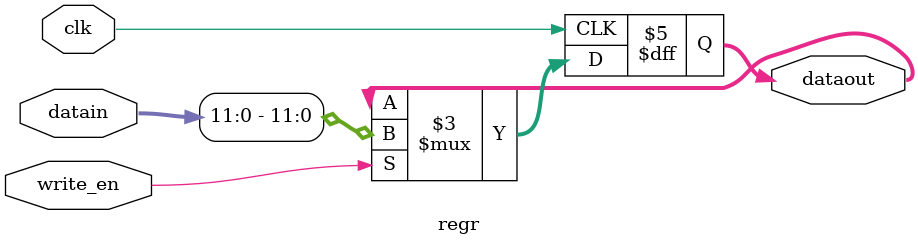
<source format=v>

module regr #(
    parameter N=17
) (
    input clk,
    input write_en,
    input [N-1:0] datain,
    output reg [11:0] dataout
);

    always @(negedge clk) begin
        if (write_en == 1 )//have to check read_en according to the register type
            dataout <= datain[11:0];
    end     
    
endmodule
</source>
